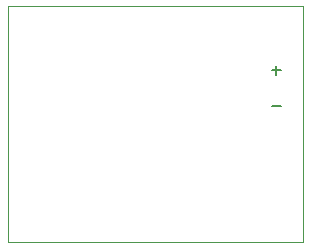
<source format=gbr>
%TF.GenerationSoftware,KiCad,Pcbnew,8.0.2-1*%
%TF.CreationDate,2024-05-29T18:32:06-05:00*%
%TF.ProjectId,HW11,48573131-2e6b-4696-9361-645f70636258,rev?*%
%TF.SameCoordinates,Original*%
%TF.FileFunction,Profile,NP*%
%FSLAX46Y46*%
G04 Gerber Fmt 4.6, Leading zero omitted, Abs format (unit mm)*
G04 Created by KiCad (PCBNEW 8.0.2-1) date 2024-05-29 18:32:06*
%MOMM*%
%LPD*%
G01*
G04 APERTURE LIST*
%TA.AperFunction,Profile*%
%ADD10C,0.050000*%
%TD*%
%ADD11C,0.150000*%
G04 APERTURE END LIST*
D10*
X125000000Y-110000000D02*
X125000000Y-90000000D01*
X125000000Y-90000000D02*
X100000000Y-90000000D01*
X100000000Y-110000000D02*
X125000000Y-110000000D01*
X100000000Y-90000000D02*
X100000000Y-110000000D01*
D11*
X122336779Y-98488866D02*
X123098684Y-98488866D01*
X122336779Y-95488866D02*
X123098684Y-95488866D01*
X122717731Y-95869819D02*
X122717731Y-95107914D01*
M02*

</source>
